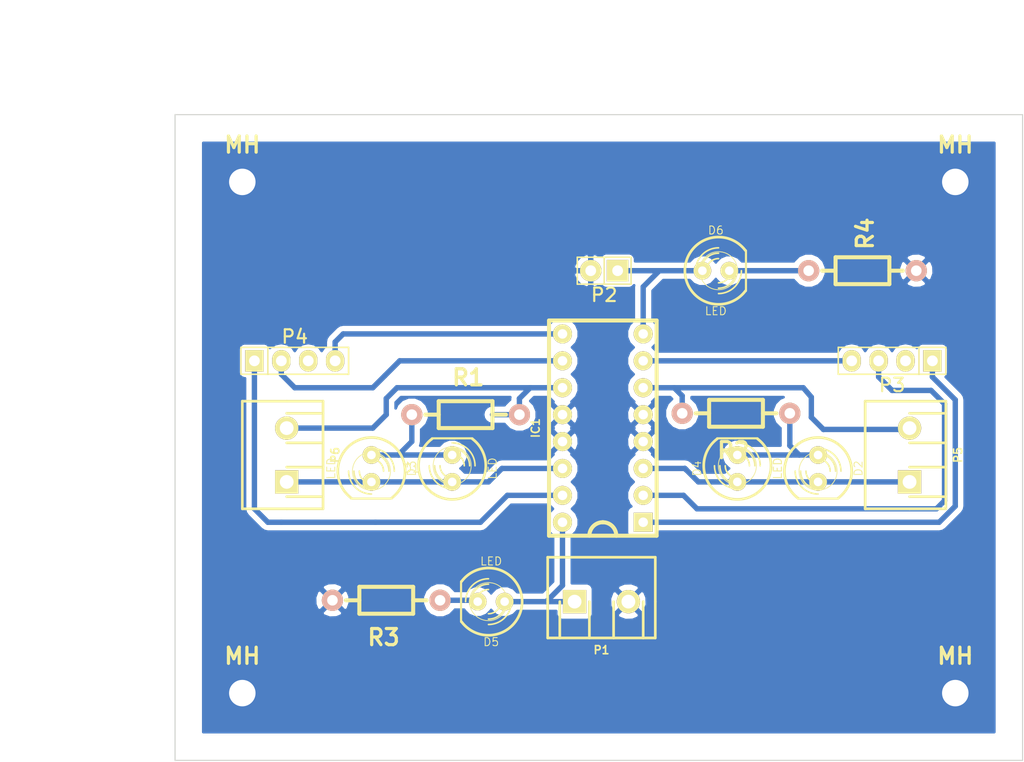
<source format=kicad_pcb>
(kicad_pcb (version 4) (host pcbnew "(2014-09-14 BZR 5135)-product")

  (general
    (links 33)
    (no_connects 0)
    (area 43.129999 31.699999 123.240001 92.760001)
    (thickness 1.6)
    (drawings 14)
    (tracks 81)
    (zones 0)
    (modules 21)
    (nets 20)
  )

  (page A4)
  (layers
    (0 F.Cu signal)
    (31 B.Cu signal)
    (32 B.Adhes user)
    (33 F.Adhes user)
    (34 B.Paste user)
    (35 F.Paste user)
    (36 B.SilkS user)
    (37 F.SilkS user)
    (38 B.Mask user)
    (39 F.Mask user)
    (40 Dwgs.User user)
    (41 Cmts.User user)
    (42 Eco1.User user)
    (43 Eco2.User user)
    (44 Edge.Cuts user)
    (45 Margin user)
    (46 B.CrtYd user)
    (47 F.CrtYd user)
    (48 B.Fab user)
    (49 F.Fab user)
  )

  (setup
    (last_trace_width 0.508)
    (trace_clearance 0.254)
    (zone_clearance 0.508)
    (zone_45_only no)
    (trace_min 0.254)
    (segment_width 0.2)
    (edge_width 0.1)
    (via_size 0.889)
    (via_drill 0.635)
    (via_min_size 0.889)
    (via_min_drill 0.508)
    (uvia_size 0.508)
    (uvia_drill 0.127)
    (uvias_allowed no)
    (uvia_min_size 0.508)
    (uvia_min_drill 0.127)
    (pcb_text_width 0.3)
    (pcb_text_size 1.5 1.5)
    (mod_edge_width 0.15)
    (mod_text_size 1 1)
    (mod_text_width 0.15)
    (pad_size 1.5 1.5)
    (pad_drill 0.6)
    (pad_to_mask_clearance 0)
    (aux_axis_origin 0 0)
    (visible_elements 7FFFFFFF)
    (pcbplotparams
      (layerselection 0x00030_80000001)
      (usegerberextensions false)
      (excludeedgelayer true)
      (linewidth 0.100000)
      (plotframeref false)
      (viasonmask false)
      (mode 1)
      (useauxorigin false)
      (hpglpennumber 1)
      (hpglpenspeed 20)
      (hpglpendiameter 15)
      (hpglpenoverlay 2)
      (psnegative false)
      (psa4output false)
      (plotreference true)
      (plotvalue true)
      (plotinvisibletext false)
      (padsonsilk false)
      (subtractmaskfromsilk false)
      (outputformat 1)
      (mirror false)
      (drillshape 1)
      (scaleselection 1)
      (outputdirectory ""))
  )

  (net 0 "")
  (net 1 "Net-(D1-Pad1)")
  (net 2 /OuB1)
  (net 3 "Net-(D2-Pad1)")
  (net 4 /OutA1)
  (net 5 "Net-(IC1-Pad1)")
  (net 6 "Net-(IC1-Pad2)")
  (net 7 GND)
  (net 8 /OutA2)
  (net 9 "Net-(IC1-Pad7)")
  (net 10 +5V)
  (net 11 "Net-(IC1-Pad9)")
  (net 12 "Net-(IC1-Pad10)")
  (net 13 /OutB2)
  (net 14 "Net-(IC1-Pad15)")
  (net 15 +12V)
  (net 16 "Net-(P3-Pad2)")
  (net 17 "Net-(P4-Pad3)")
  (net 18 "Net-(D5-Pad2)")
  (net 19 "Net-(D6-Pad2)")

  (net_class Default "This is the default net class."
    (clearance 0.254)
    (trace_width 0.508)
    (via_dia 0.889)
    (via_drill 0.635)
    (uvia_dia 0.508)
    (uvia_drill 0.127)
    (add_net +12V)
    (add_net +5V)
    (add_net /OuB1)
    (add_net /OutA1)
    (add_net /OutA2)
    (add_net /OutB2)
    (add_net GND)
    (add_net "Net-(D1-Pad1)")
    (add_net "Net-(D2-Pad1)")
    (add_net "Net-(D5-Pad2)")
    (add_net "Net-(D6-Pad2)")
    (add_net "Net-(IC1-Pad1)")
    (add_net "Net-(IC1-Pad10)")
    (add_net "Net-(IC1-Pad15)")
    (add_net "Net-(IC1-Pad2)")
    (add_net "Net-(IC1-Pad7)")
    (add_net "Net-(IC1-Pad9)")
    (add_net "Net-(P3-Pad2)")
    (add_net "Net-(P4-Pad3)")
  )

  (module LEDs:LED-5MM (layer F.Cu) (tedit 54175181) (tstamp 54174F19)
    (at 61.722 65.151 270)
    (descr "LED 5mm - Lead pitch 100mil (2,54mm)")
    (tags "LED led 5mm 5MM 100mil 2,54mm")
    (path /541750DD)
    (fp_text reference D1 (at 0 -3.81 360) (layer F.SilkS)
      (effects (font (size 0.762 0.762) (thickness 0.0889)))
    )
    (fp_text value LED (at 0 3.81 270) (layer F.SilkS)
      (effects (font (size 0.762 0.762) (thickness 0.0889)))
    )
    (fp_line (start 2.8448 1.905) (end 2.8448 -1.905) (layer F.SilkS) (width 0.2032))
    (fp_circle (center 0.254 0) (end -1.016 1.27) (layer F.SilkS) (width 0.0762))
    (fp_arc (start 0.254 0) (end 2.794 1.905) (angle 286.2) (layer F.SilkS) (width 0.254))
    (fp_arc (start 0.254 0) (end -0.889 0) (angle 90) (layer F.SilkS) (width 0.1524))
    (fp_arc (start 0.254 0) (end 1.397 0) (angle 90) (layer F.SilkS) (width 0.1524))
    (fp_arc (start 0.254 0) (end -1.397 0) (angle 90) (layer F.SilkS) (width 0.1524))
    (fp_arc (start 0.254 0) (end 1.905 0) (angle 90) (layer F.SilkS) (width 0.1524))
    (fp_arc (start 0.254 0) (end -1.905 0) (angle 90) (layer F.SilkS) (width 0.1524))
    (fp_arc (start 0.254 0) (end 2.413 0) (angle 90) (layer F.SilkS) (width 0.1524))
    (pad 1 thru_hole circle (at -1.27 0 270) (size 1.6764 1.6764) (drill 0.8128) (layers *.Cu *.Mask F.SilkS)
      (net 1 "Net-(D1-Pad1)"))
    (pad 2 thru_hole circle (at 1.27 0 270) (size 1.6764 1.6764) (drill 0.8128) (layers *.Cu *.Mask F.SilkS)
      (net 2 /OuB1))
    (model discret/leds/led5_vertical_verde.wrl
      (at (xyz 0 0 0))
      (scale (xyz 1 1 1))
      (rotate (xyz 0 0 0))
    )
  )

  (module LEDs:LED-5MM (layer F.Cu) (tedit 54174E82) (tstamp 54185F54)
    (at 103.886 65.151 270)
    (descr "LED 5mm - Lead pitch 100mil (2,54mm)")
    (tags "LED led 5mm 5MM 100mil 2,54mm")
    (path /54175792)
    (fp_text reference D2 (at 0 -3.81 270) (layer F.SilkS)
      (effects (font (size 0.762 0.762) (thickness 0.0889)))
    )
    (fp_text value LED (at 0 3.81 270) (layer F.SilkS)
      (effects (font (size 0.762 0.762) (thickness 0.0889)))
    )
    (fp_line (start 2.8448 1.905) (end 2.8448 -1.905) (layer F.SilkS) (width 0.2032))
    (fp_circle (center 0.254 0) (end -1.016 1.27) (layer F.SilkS) (width 0.0762))
    (fp_arc (start 0.254 0) (end 2.794 1.905) (angle 286.2) (layer F.SilkS) (width 0.254))
    (fp_arc (start 0.254 0) (end -0.889 0) (angle 90) (layer F.SilkS) (width 0.1524))
    (fp_arc (start 0.254 0) (end 1.397 0) (angle 90) (layer F.SilkS) (width 0.1524))
    (fp_arc (start 0.254 0) (end -1.397 0) (angle 90) (layer F.SilkS) (width 0.1524))
    (fp_arc (start 0.254 0) (end 1.905 0) (angle 90) (layer F.SilkS) (width 0.1524))
    (fp_arc (start 0.254 0) (end -1.905 0) (angle 90) (layer F.SilkS) (width 0.1524))
    (fp_arc (start 0.254 0) (end 2.413 0) (angle 90) (layer F.SilkS) (width 0.1524))
    (pad 1 thru_hole circle (at -1.27 0 270) (size 1.6764 1.6764) (drill 0.8128) (layers *.Cu *.Mask F.SilkS)
      (net 3 "Net-(D2-Pad1)"))
    (pad 2 thru_hole circle (at 1.27 0 270) (size 1.6764 1.6764) (drill 0.8128) (layers *.Cu *.Mask F.SilkS)
      (net 4 /OutA1))
    (model discret/leds/led5_vertical_verde.wrl
      (at (xyz 0 0 0))
      (scale (xyz 1 1 1))
      (rotate (xyz 0 0 0))
    )
  )

  (module LEDs:LED-5MM (layer F.Cu) (tedit 54174E82) (tstamp 54174F37)
    (at 69.342 65.151 90)
    (descr "LED 5mm - Lead pitch 100mil (2,54mm)")
    (tags "LED led 5mm 5MM 100mil 2,54mm")
    (path /541750A5)
    (fp_text reference D3 (at 0 -3.81 90) (layer F.SilkS)
      (effects (font (size 0.762 0.762) (thickness 0.0889)))
    )
    (fp_text value LED (at 0 3.81 90) (layer F.SilkS)
      (effects (font (size 0.762 0.762) (thickness 0.0889)))
    )
    (fp_line (start 2.8448 1.905) (end 2.8448 -1.905) (layer F.SilkS) (width 0.2032))
    (fp_circle (center 0.254 0) (end -1.016 1.27) (layer F.SilkS) (width 0.0762))
    (fp_arc (start 0.254 0) (end 2.794 1.905) (angle 286.2) (layer F.SilkS) (width 0.254))
    (fp_arc (start 0.254 0) (end -0.889 0) (angle 90) (layer F.SilkS) (width 0.1524))
    (fp_arc (start 0.254 0) (end 1.397 0) (angle 90) (layer F.SilkS) (width 0.1524))
    (fp_arc (start 0.254 0) (end -1.397 0) (angle 90) (layer F.SilkS) (width 0.1524))
    (fp_arc (start 0.254 0) (end 1.905 0) (angle 90) (layer F.SilkS) (width 0.1524))
    (fp_arc (start 0.254 0) (end -1.905 0) (angle 90) (layer F.SilkS) (width 0.1524))
    (fp_arc (start 0.254 0) (end 2.413 0) (angle 90) (layer F.SilkS) (width 0.1524))
    (pad 1 thru_hole circle (at -1.27 0 90) (size 1.6764 1.6764) (drill 0.8128) (layers *.Cu *.Mask F.SilkS)
      (net 2 /OuB1))
    (pad 2 thru_hole circle (at 1.27 0 90) (size 1.6764 1.6764) (drill 0.8128) (layers *.Cu *.Mask F.SilkS)
      (net 1 "Net-(D1-Pad1)"))
    (model discret/leds/led5_vertical_verde.wrl
      (at (xyz 0 0 0))
      (scale (xyz 1 1 1))
      (rotate (xyz 0 0 0))
    )
  )

  (module LEDs:LED-5MM (layer F.Cu) (tedit 54174E82) (tstamp 54185F44)
    (at 96.266 65.151 90)
    (descr "LED 5mm - Lead pitch 100mil (2,54mm)")
    (tags "LED led 5mm 5MM 100mil 2,54mm")
    (path /5417578C)
    (fp_text reference D4 (at 0 -3.81 90) (layer F.SilkS)
      (effects (font (size 0.762 0.762) (thickness 0.0889)))
    )
    (fp_text value LED (at 0 3.81 90) (layer F.SilkS)
      (effects (font (size 0.762 0.762) (thickness 0.0889)))
    )
    (fp_line (start 2.8448 1.905) (end 2.8448 -1.905) (layer F.SilkS) (width 0.2032))
    (fp_circle (center 0.254 0) (end -1.016 1.27) (layer F.SilkS) (width 0.0762))
    (fp_arc (start 0.254 0) (end 2.794 1.905) (angle 286.2) (layer F.SilkS) (width 0.254))
    (fp_arc (start 0.254 0) (end -0.889 0) (angle 90) (layer F.SilkS) (width 0.1524))
    (fp_arc (start 0.254 0) (end 1.397 0) (angle 90) (layer F.SilkS) (width 0.1524))
    (fp_arc (start 0.254 0) (end -1.397 0) (angle 90) (layer F.SilkS) (width 0.1524))
    (fp_arc (start 0.254 0) (end 1.905 0) (angle 90) (layer F.SilkS) (width 0.1524))
    (fp_arc (start 0.254 0) (end -1.905 0) (angle 90) (layer F.SilkS) (width 0.1524))
    (fp_arc (start 0.254 0) (end 2.413 0) (angle 90) (layer F.SilkS) (width 0.1524))
    (pad 1 thru_hole circle (at -1.27 0 90) (size 1.6764 1.6764) (drill 0.8128) (layers *.Cu *.Mask F.SilkS)
      (net 4 /OutA1))
    (pad 2 thru_hole circle (at 1.27 0 90) (size 1.6764 1.6764) (drill 0.8128) (layers *.Cu *.Mask F.SilkS)
      (net 3 "Net-(D2-Pad1)"))
    (model discret/leds/led5_vertical_verde.wrl
      (at (xyz 0 0 0))
      (scale (xyz 1 1 1))
      (rotate (xyz 0 0 0))
    )
  )

  (module Dip:DIP16 (layer F.Cu) (tedit 541748ED) (tstamp 54174F60)
    (at 83.566 61.341 90)
    (path /54174758)
    (fp_text reference IC1 (at 0 -6.35 90) (layer F.SilkS)
      (effects (font (size 0.762 0.762) (thickness 0.1524)))
    )
    (fp_text value L293D (at 0 0 90) (layer F.SilkS) hide
      (effects (font (size 0.762 0.762) (thickness 0.1524)))
    )
    (fp_arc (start -10.16 0) (end -10.16 -1.27) (angle 90) (layer F.SilkS) (width 0.381))
    (fp_arc (start -10.16 0) (end -8.89 0) (angle 90) (layer F.SilkS) (width 0.381))
    (fp_line (start -10.16 -5.08) (end -10.16 5.08) (layer F.SilkS) (width 0.381))
    (fp_line (start -10.16 5.08) (end 10.16 5.08) (layer F.SilkS) (width 0.381))
    (fp_line (start 10.16 5.08) (end 10.16 -5.08) (layer F.SilkS) (width 0.381))
    (fp_line (start 10.16 -5.08) (end -10.16 -5.08) (layer F.SilkS) (width 0.381))
    (pad 1 thru_hole rect (at -8.89 3.81 90) (size 1.8 1.8) (drill 0.9) (layers *.Cu *.Mask F.SilkS)
      (net 5 "Net-(IC1-Pad1)"))
    (pad 2 thru_hole circle (at -6.35 3.81 90) (size 1.8 1.8) (drill 0.9) (layers *.Cu *.Mask F.SilkS)
      (net 6 "Net-(IC1-Pad2)"))
    (pad 4 thru_hole circle (at -1.27 3.81 90) (size 1.8 1.8) (drill 0.9) (layers *.Cu *.Mask F.SilkS)
      (net 7 GND))
    (pad 5 thru_hole circle (at 1.27 3.81 90) (size 1.8 1.8) (drill 0.9) (layers *.Cu *.Mask F.SilkS)
      (net 7 GND))
    (pad 6 thru_hole circle (at 3.81 3.81 90) (size 1.8 1.8) (drill 0.9) (layers *.Cu *.Mask F.SilkS)
      (net 8 /OutA2))
    (pad 7 thru_hole circle (at 6.35 3.81 90) (size 1.8 1.8) (drill 0.9) (layers *.Cu *.Mask F.SilkS)
      (net 9 "Net-(IC1-Pad7)"))
    (pad 8 thru_hole circle (at 8.89 3.81 90) (size 1.8 1.8) (drill 0.9) (layers *.Cu *.Mask F.SilkS)
      (net 10 +5V))
    (pad 9 thru_hole circle (at 8.89 -3.81 90) (size 1.8 1.8) (drill 0.9) (layers *.Cu *.Mask F.SilkS)
      (net 11 "Net-(IC1-Pad9)"))
    (pad 10 thru_hole circle (at 6.35 -3.81 90) (size 1.8 1.8) (drill 0.9) (layers *.Cu *.Mask F.SilkS)
      (net 12 "Net-(IC1-Pad10)"))
    (pad 11 thru_hole circle (at 3.81 -3.81 90) (size 1.8 1.8) (drill 0.9) (layers *.Cu *.Mask F.SilkS)
      (net 13 /OutB2))
    (pad 12 thru_hole circle (at 1.27 -3.81 90) (size 1.8 1.8) (drill 0.9) (layers *.Cu *.Mask F.SilkS)
      (net 7 GND))
    (pad 13 thru_hole circle (at -1.27 -3.81 90) (size 1.8 1.8) (drill 0.9) (layers *.Cu *.Mask F.SilkS)
      (net 7 GND))
    (pad 14 thru_hole circle (at -3.81 -3.81 90) (size 1.8 1.8) (drill 0.9) (layers *.Cu *.Mask F.SilkS)
      (net 2 /OuB1))
    (pad 15 thru_hole circle (at -6.35 -3.81 90) (size 1.8 1.8) (drill 0.9) (layers *.Cu *.Mask F.SilkS)
      (net 14 "Net-(IC1-Pad15)"))
    (pad 16 thru_hole circle (at -8.89 -3.81 90) (size 1.8 1.8) (drill 0.9) (layers *.Cu *.Mask F.SilkS)
      (net 15 +12V))
    (pad 3 thru_hole circle (at -3.81 3.81 90) (size 1.8 1.8) (drill 0.9) (layers *.Cu *.Mask F.SilkS)
      (net 4 /OutA1))
    (model dil/dil_16.wrl
      (at (xyz 0 0 0))
      (scale (xyz 1 1 1))
      (rotate (xyz 0 0 0))
    )
  )

  (module Connectors.Trhu:1x2-SCREW-TERM_P200mil (layer F.Cu) (tedit 541748EA) (tstamp 54185F34)
    (at 83.439 77.724)
    (path /54174A22)
    (fp_text reference P1 (at 0 4.572) (layer F.SilkS)
      (effects (font (size 0.762 0.762) (thickness 0.1524)))
    )
    (fp_text value CONN_01X02 (at 0 0) (layer F.SilkS) hide
      (effects (font (size 0.762 0.762) (thickness 0.1524)))
    )
    (fp_line (start 3.937 0) (end 3.937 3.429) (layer F.SilkS) (width 0.254))
    (fp_line (start 1.143 0) (end 1.143 3.429) (layer F.SilkS) (width 0.254))
    (fp_line (start -3.937 0) (end -3.937 3.429) (layer F.SilkS) (width 0.254))
    (fp_line (start -1.143 0) (end -1.143 3.429) (layer F.SilkS) (width 0.254))
    (fp_line (start 5.08 0) (end 5.08 3.429) (layer F.SilkS) (width 0.254))
    (fp_line (start 5.08 3.429) (end -5.08 3.429) (layer F.SilkS) (width 0.254))
    (fp_line (start -5.08 3.429) (end -5.08 0) (layer F.SilkS) (width 0.254))
    (fp_line (start -5.08 0) (end -5.08 -4.191) (layer F.SilkS) (width 0.254))
    (fp_line (start -5.08 -4.191) (end 5.08 -4.191) (layer F.SilkS) (width 0.254))
    (fp_line (start 5.08 -4.191) (end 5.08 0) (layer F.SilkS) (width 0.254))
    (pad 1 thru_hole rect (at -2.54 0) (size 2.2 2.2) (drill 1.3) (layers *.Cu *.Mask F.SilkS)
      (net 15 +12V))
    (pad 2 thru_hole circle (at 2.54 0) (size 2.2 2.2) (drill 1.3) (layers *.Cu *.Mask F.SilkS)
      (net 7 GND))
    (model walter/conn_mkds/mkds_1,5-2.wrl
      (at (xyz 0 0 0))
      (scale (xyz 1 1 1))
      (rotate (xyz 0 0 0))
    )
  )

  (module Pin_Headers:Pin_Header_Straight_1x02 (layer F.Cu) (tedit 54186080) (tstamp 54186144)
    (at 83.693 46.482 180)
    (descr "Through hole pin header")
    (tags "pin header")
    (path /54174AE8)
    (fp_text reference P2 (at 0 -2.286 180) (layer F.SilkS)
      (effects (font (size 1.27 1.27) (thickness 0.2032)))
    )
    (fp_text value CONN_01X02 (at 0 0 360) (layer F.SilkS) hide
      (effects (font (size 1.27 1.27) (thickness 0.2032)))
    )
    (fp_line (start 0 -1.27) (end 0 1.27) (layer F.SilkS) (width 0.15))
    (fp_line (start -2.54 -1.27) (end -2.54 1.27) (layer F.SilkS) (width 0.15))
    (fp_line (start -2.54 1.27) (end 0 1.27) (layer F.SilkS) (width 0.15))
    (fp_line (start 0 1.27) (end 2.54 1.27) (layer F.SilkS) (width 0.15))
    (fp_line (start 2.54 1.27) (end 2.54 -1.27) (layer F.SilkS) (width 0.15))
    (fp_line (start 2.54 -1.27) (end -2.54 -1.27) (layer F.SilkS) (width 0.15))
    (pad 1 thru_hole rect (at -1.27 0 180) (size 2.032 2.032) (drill 1.016) (layers *.Cu *.Mask F.SilkS)
      (net 10 +5V))
    (pad 2 thru_hole oval (at 1.27 0 180) (size 2.032 2.032) (drill 1.016) (layers *.Cu *.Mask F.SilkS)
      (net 7 GND))
    (model Pin_Headers/Pin_Header_Straight_1x02.wrl
      (at (xyz 0 0 0))
      (scale (xyz 1 1 1))
      (rotate (xyz 0 0 0))
    )
  )

  (module Pin_Headers:Pin_Header_Straight_1x04 (layer F.Cu) (tedit 54174E82) (tstamp 54185F23)
    (at 110.871 54.991 180)
    (descr "Through hole pin header")
    (tags "pin header")
    (path /54174A8B)
    (fp_text reference P3 (at 0 -2.286 180) (layer F.SilkS)
      (effects (font (size 1.27 1.27) (thickness 0.2032)))
    )
    (fp_text value CONN_01X04 (at 0 0 180) (layer F.SilkS) hide
      (effects (font (size 1.27 1.27) (thickness 0.2032)))
    )
    (fp_line (start -2.54 1.27) (end 5.08 1.27) (layer F.SilkS) (width 0.15))
    (fp_line (start -2.54 -1.27) (end 5.08 -1.27) (layer F.SilkS) (width 0.15))
    (fp_line (start -5.08 -1.27) (end -2.54 -1.27) (layer F.SilkS) (width 0.15))
    (fp_line (start 5.08 1.27) (end 5.08 -1.27) (layer F.SilkS) (width 0.15))
    (fp_line (start -2.54 -1.27) (end -2.54 1.27) (layer F.SilkS) (width 0.15))
    (fp_line (start -5.08 -1.27) (end -5.08 1.27) (layer F.SilkS) (width 0.15))
    (fp_line (start -5.08 1.27) (end -2.54 1.27) (layer F.SilkS) (width 0.15))
    (pad 1 thru_hole rect (at -3.81 0 180) (size 1.7272 2.032) (drill 1.016) (layers *.Cu *.Mask F.SilkS)
      (net 5 "Net-(IC1-Pad1)"))
    (pad 2 thru_hole oval (at -1.27 0 180) (size 1.7272 2.032) (drill 1.016) (layers *.Cu *.Mask F.SilkS)
      (net 16 "Net-(P3-Pad2)"))
    (pad 3 thru_hole oval (at 1.27 0 180) (size 1.7272 2.032) (drill 1.016) (layers *.Cu *.Mask F.SilkS)
      (net 6 "Net-(IC1-Pad2)"))
    (pad 4 thru_hole oval (at 3.81 0 180) (size 1.7272 2.032) (drill 1.016) (layers *.Cu *.Mask F.SilkS)
      (net 9 "Net-(IC1-Pad7)"))
    (model Pin_Headers/Pin_Header_Straight_1x04.wrl
      (at (xyz 0 0 0))
      (scale (xyz 1 1 1))
      (rotate (xyz 0 0 0))
    )
  )

  (module Pin_Headers:Pin_Header_Straight_1x04 (layer F.Cu) (tedit 54174E82) (tstamp 54174F9A)
    (at 54.483 54.991)
    (descr "Through hole pin header")
    (tags "pin header")
    (path /54174AB7)
    (fp_text reference P4 (at 0 -2.286) (layer F.SilkS)
      (effects (font (size 1.27 1.27) (thickness 0.2032)))
    )
    (fp_text value CONN_01X04 (at 0 0) (layer F.SilkS) hide
      (effects (font (size 1.27 1.27) (thickness 0.2032)))
    )
    (fp_line (start -2.54 1.27) (end 5.08 1.27) (layer F.SilkS) (width 0.15))
    (fp_line (start -2.54 -1.27) (end 5.08 -1.27) (layer F.SilkS) (width 0.15))
    (fp_line (start -5.08 -1.27) (end -2.54 -1.27) (layer F.SilkS) (width 0.15))
    (fp_line (start 5.08 1.27) (end 5.08 -1.27) (layer F.SilkS) (width 0.15))
    (fp_line (start -2.54 -1.27) (end -2.54 1.27) (layer F.SilkS) (width 0.15))
    (fp_line (start -5.08 -1.27) (end -5.08 1.27) (layer F.SilkS) (width 0.15))
    (fp_line (start -5.08 1.27) (end -2.54 1.27) (layer F.SilkS) (width 0.15))
    (pad 1 thru_hole rect (at -3.81 0) (size 1.7272 2.032) (drill 1.016) (layers *.Cu *.Mask F.SilkS)
      (net 14 "Net-(IC1-Pad15)"))
    (pad 2 thru_hole oval (at -1.27 0) (size 1.7272 2.032) (drill 1.016) (layers *.Cu *.Mask F.SilkS)
      (net 12 "Net-(IC1-Pad10)"))
    (pad 3 thru_hole oval (at 1.27 0) (size 1.7272 2.032) (drill 1.016) (layers *.Cu *.Mask F.SilkS)
      (net 17 "Net-(P4-Pad3)"))
    (pad 4 thru_hole oval (at 3.81 0) (size 1.7272 2.032) (drill 1.016) (layers *.Cu *.Mask F.SilkS)
      (net 11 "Net-(IC1-Pad9)"))
    (model Pin_Headers/Pin_Header_Straight_1x04.wrl
      (at (xyz 0 0 0))
      (scale (xyz 1 1 1))
      (rotate (xyz 0 0 0))
    )
  )

  (module Connectors.Trhu:1x2-SCREW-TERM_P200mil (layer F.Cu) (tedit 541748EA) (tstamp 54185F13)
    (at 112.522 63.881 90)
    (path /54174A5D)
    (fp_text reference P5 (at 0 4.572 90) (layer F.SilkS)
      (effects (font (size 0.762 0.762) (thickness 0.1524)))
    )
    (fp_text value CONN_01X02 (at 0 0 90) (layer F.SilkS) hide
      (effects (font (size 0.762 0.762) (thickness 0.1524)))
    )
    (fp_line (start 3.937 0) (end 3.937 3.429) (layer F.SilkS) (width 0.254))
    (fp_line (start 1.143 0) (end 1.143 3.429) (layer F.SilkS) (width 0.254))
    (fp_line (start -3.937 0) (end -3.937 3.429) (layer F.SilkS) (width 0.254))
    (fp_line (start -1.143 0) (end -1.143 3.429) (layer F.SilkS) (width 0.254))
    (fp_line (start 5.08 0) (end 5.08 3.429) (layer F.SilkS) (width 0.254))
    (fp_line (start 5.08 3.429) (end -5.08 3.429) (layer F.SilkS) (width 0.254))
    (fp_line (start -5.08 3.429) (end -5.08 0) (layer F.SilkS) (width 0.254))
    (fp_line (start -5.08 0) (end -5.08 -4.191) (layer F.SilkS) (width 0.254))
    (fp_line (start -5.08 -4.191) (end 5.08 -4.191) (layer F.SilkS) (width 0.254))
    (fp_line (start 5.08 -4.191) (end 5.08 0) (layer F.SilkS) (width 0.254))
    (pad 1 thru_hole rect (at -2.54 0 90) (size 2.2 2.2) (drill 1.3) (layers *.Cu *.Mask F.SilkS)
      (net 4 /OutA1))
    (pad 2 thru_hole circle (at 2.54 0 90) (size 2.2 2.2) (drill 1.3) (layers *.Cu *.Mask F.SilkS)
      (net 8 /OutA2))
    (model walter/conn_mkds/mkds_1,5-2.wrl
      (at (xyz 0 0 0))
      (scale (xyz 1 1 1))
      (rotate (xyz 0 0 0))
    )
  )

  (module Connectors.Trhu:1x2-SCREW-TERM_P200mil (layer F.Cu) (tedit 541748EA) (tstamp 54174FBA)
    (at 53.721 63.881 90)
    (path /54174B0F)
    (fp_text reference P6 (at 0 4.572 90) (layer F.SilkS)
      (effects (font (size 0.762 0.762) (thickness 0.1524)))
    )
    (fp_text value CONN_01X02 (at 0 0 90) (layer F.SilkS) hide
      (effects (font (size 0.762 0.762) (thickness 0.1524)))
    )
    (fp_line (start 3.937 0) (end 3.937 3.429) (layer F.SilkS) (width 0.254))
    (fp_line (start 1.143 0) (end 1.143 3.429) (layer F.SilkS) (width 0.254))
    (fp_line (start -3.937 0) (end -3.937 3.429) (layer F.SilkS) (width 0.254))
    (fp_line (start -1.143 0) (end -1.143 3.429) (layer F.SilkS) (width 0.254))
    (fp_line (start 5.08 0) (end 5.08 3.429) (layer F.SilkS) (width 0.254))
    (fp_line (start 5.08 3.429) (end -5.08 3.429) (layer F.SilkS) (width 0.254))
    (fp_line (start -5.08 3.429) (end -5.08 0) (layer F.SilkS) (width 0.254))
    (fp_line (start -5.08 0) (end -5.08 -4.191) (layer F.SilkS) (width 0.254))
    (fp_line (start -5.08 -4.191) (end 5.08 -4.191) (layer F.SilkS) (width 0.254))
    (fp_line (start 5.08 -4.191) (end 5.08 0) (layer F.SilkS) (width 0.254))
    (pad 1 thru_hole rect (at -2.54 0 90) (size 2.2 2.2) (drill 1.3) (layers *.Cu *.Mask F.SilkS)
      (net 2 /OuB1))
    (pad 2 thru_hole circle (at 2.54 0 90) (size 2.2 2.2) (drill 1.3) (layers *.Cu *.Mask F.SilkS)
      (net 13 /OutB2))
    (model walter/conn_mkds/mkds_1,5-2.wrl
      (at (xyz 0 0 0))
      (scale (xyz 1 1 1))
      (rotate (xyz 0 0 180))
    )
  )

  (module Resistors_ThroughHole:Resistor_Horizontal_RM10mm (layer F.Cu) (tedit 53F56209) (tstamp 54175345)
    (at 70.612 60.071)
    (descr "Resistor, Axial,  RM 10mm, 1/3W,")
    (tags "Resistor, Axial, RM 10mm, 1/3W,")
    (path /5417510E)
    (fp_text reference R1 (at 0.24892 -3.50012) (layer F.SilkS)
      (effects (font (thickness 0.3048)))
    )
    (fp_text value R (at 3.81 3.81) (layer F.SilkS) hide
      (effects (font (size 1.50114 1.50114) (thickness 0.20066)))
    )
    (fp_line (start -2.54 -1.27) (end 2.54 -1.27) (layer F.SilkS) (width 0.381))
    (fp_line (start 2.54 -1.27) (end 2.54 1.27) (layer F.SilkS) (width 0.381))
    (fp_line (start 2.54 1.27) (end -2.54 1.27) (layer F.SilkS) (width 0.381))
    (fp_line (start -2.54 1.27) (end -2.54 -1.27) (layer F.SilkS) (width 0.381))
    (fp_line (start -2.54 0) (end -3.81 0) (layer F.SilkS) (width 0.381))
    (fp_line (start 2.54 0) (end 3.81 0) (layer F.SilkS) (width 0.381))
    (pad 1 thru_hole circle (at -5.08 0) (size 1.99898 1.99898) (drill 1.00076) (layers *.Cu *.SilkS *.Mask)
      (net 1 "Net-(D1-Pad1)"))
    (pad 2 thru_hole circle (at 5.08 0) (size 1.99898 1.99898) (drill 1.00076) (layers *.Cu *.SilkS *.Mask)
      (net 13 /OutB2))
    (model discret/resistor_10mm.wrl
      (at (xyz 0 0 0))
      (scale (xyz 0.4 0.4 0.4))
      (rotate (xyz 0 0 0))
    )
  )

  (module Resistors_ThroughHole:Resistor_Horizontal_RM10mm (layer F.Cu) (tedit 53F56209) (tstamp 54185F02)
    (at 96.139 59.944 180)
    (descr "Resistor, Axial,  RM 10mm, 1/3W,")
    (tags "Resistor, Axial, RM 10mm, 1/3W,")
    (path /54175798)
    (fp_text reference R2 (at 0.24892 -3.50012 180) (layer F.SilkS)
      (effects (font (thickness 0.3048)))
    )
    (fp_text value R (at 3.81 3.81 180) (layer F.SilkS) hide
      (effects (font (size 1.50114 1.50114) (thickness 0.20066)))
    )
    (fp_line (start -2.54 -1.27) (end 2.54 -1.27) (layer F.SilkS) (width 0.381))
    (fp_line (start 2.54 -1.27) (end 2.54 1.27) (layer F.SilkS) (width 0.381))
    (fp_line (start 2.54 1.27) (end -2.54 1.27) (layer F.SilkS) (width 0.381))
    (fp_line (start -2.54 1.27) (end -2.54 -1.27) (layer F.SilkS) (width 0.381))
    (fp_line (start -2.54 0) (end -3.81 0) (layer F.SilkS) (width 0.381))
    (fp_line (start 2.54 0) (end 3.81 0) (layer F.SilkS) (width 0.381))
    (pad 1 thru_hole circle (at -5.08 0 180) (size 1.99898 1.99898) (drill 1.00076) (layers *.Cu *.SilkS *.Mask)
      (net 3 "Net-(D2-Pad1)"))
    (pad 2 thru_hole circle (at 5.08 0 180) (size 1.99898 1.99898) (drill 1.00076) (layers *.Cu *.SilkS *.Mask)
      (net 8 /OutA2))
    (model discret/resistor_10mm.wrl
      (at (xyz 0 0 0))
      (scale (xyz 0.4 0.4 0.4))
      (rotate (xyz 0 0 0))
    )
  )

  (module LEDs:LED-5MM (layer F.Cu) (tedit 541838DF) (tstamp 541839A9)
    (at 73.025 77.724 180)
    (descr "LED 5mm - Lead pitch 100mil (2,54mm)")
    (tags "LED led 5mm 5MM 100mil 2,54mm")
    (path /54183BAE)
    (fp_text reference D5 (at 0 -3.81 180) (layer F.SilkS)
      (effects (font (size 0.762 0.762) (thickness 0.0889)))
    )
    (fp_text value LED (at 0 3.81 180) (layer F.SilkS)
      (effects (font (size 0.762 0.762) (thickness 0.0889)))
    )
    (fp_line (start 2.8448 1.905) (end 2.8448 -1.905) (layer F.SilkS) (width 0.2032))
    (fp_circle (center 0.254 0) (end -1.016 1.27) (layer F.SilkS) (width 0.0762))
    (fp_arc (start 0.254 0) (end 2.794 1.905) (angle 286.2) (layer F.SilkS) (width 0.254))
    (fp_arc (start 0.254 0) (end -0.889 0) (angle 90) (layer F.SilkS) (width 0.1524))
    (fp_arc (start 0.254 0) (end 1.397 0) (angle 90) (layer F.SilkS) (width 0.1524))
    (fp_arc (start 0.254 0) (end -1.397 0) (angle 90) (layer F.SilkS) (width 0.1524))
    (fp_arc (start 0.254 0) (end 1.905 0) (angle 90) (layer F.SilkS) (width 0.1524))
    (fp_arc (start 0.254 0) (end -1.905 0) (angle 90) (layer F.SilkS) (width 0.1524))
    (fp_arc (start 0.254 0) (end 2.413 0) (angle 90) (layer F.SilkS) (width 0.1524))
    (pad 1 thru_hole circle (at -1.27 0 180) (size 1.6764 1.6764) (drill 0.8128) (layers *.Cu *.Mask F.SilkS)
      (net 15 +12V))
    (pad 2 thru_hole circle (at 1.27 0 180) (size 1.6764 1.6764) (drill 0.8128) (layers *.Cu *.Mask F.SilkS)
      (net 18 "Net-(D5-Pad2)"))
    (model discret/leds/led5_vertical_verde.wrl
      (at (xyz 0 0 0))
      (scale (xyz 1 1 1))
      (rotate (xyz 0 0 0))
    )
  )

  (module LEDs:LED-5MM (layer F.Cu) (tedit 541838DF) (tstamp 541839B8)
    (at 94.234 46.482)
    (descr "LED 5mm - Lead pitch 100mil (2,54mm)")
    (tags "LED led 5mm 5MM 100mil 2,54mm")
    (path /54183D15)
    (fp_text reference D6 (at 0 -3.81) (layer F.SilkS)
      (effects (font (size 0.762 0.762) (thickness 0.0889)))
    )
    (fp_text value LED (at 0 3.81) (layer F.SilkS)
      (effects (font (size 0.762 0.762) (thickness 0.0889)))
    )
    (fp_line (start 2.8448 1.905) (end 2.8448 -1.905) (layer F.SilkS) (width 0.2032))
    (fp_circle (center 0.254 0) (end -1.016 1.27) (layer F.SilkS) (width 0.0762))
    (fp_arc (start 0.254 0) (end 2.794 1.905) (angle 286.2) (layer F.SilkS) (width 0.254))
    (fp_arc (start 0.254 0) (end -0.889 0) (angle 90) (layer F.SilkS) (width 0.1524))
    (fp_arc (start 0.254 0) (end 1.397 0) (angle 90) (layer F.SilkS) (width 0.1524))
    (fp_arc (start 0.254 0) (end -1.397 0) (angle 90) (layer F.SilkS) (width 0.1524))
    (fp_arc (start 0.254 0) (end 1.905 0) (angle 90) (layer F.SilkS) (width 0.1524))
    (fp_arc (start 0.254 0) (end -1.905 0) (angle 90) (layer F.SilkS) (width 0.1524))
    (fp_arc (start 0.254 0) (end 2.413 0) (angle 90) (layer F.SilkS) (width 0.1524))
    (pad 1 thru_hole circle (at -1.27 0) (size 1.6764 1.6764) (drill 0.8128) (layers *.Cu *.Mask F.SilkS)
      (net 10 +5V))
    (pad 2 thru_hole circle (at 1.27 0) (size 1.6764 1.6764) (drill 0.8128) (layers *.Cu *.Mask F.SilkS)
      (net 19 "Net-(D6-Pad2)"))
    (model discret/leds/led5_vertical_verde.wrl
      (at (xyz 0 0 0))
      (scale (xyz 1 1 1))
      (rotate (xyz 0 0 0))
    )
  )

  (module Resistors_ThroughHole:Resistor_Horizontal_RM10mm (layer F.Cu) (tedit 53F56209) (tstamp 54185EF5)
    (at 63.119 77.597 180)
    (descr "Resistor, Axial,  RM 10mm, 1/3W,")
    (tags "Resistor, Axial, RM 10mm, 1/3W,")
    (path /54183C36)
    (fp_text reference R3 (at 0.24892 -3.50012 180) (layer F.SilkS)
      (effects (font (thickness 0.3048)))
    )
    (fp_text value R (at 3.81 3.81 180) (layer F.SilkS) hide
      (effects (font (size 1.50114 1.50114) (thickness 0.20066)))
    )
    (fp_line (start -2.54 -1.27) (end 2.54 -1.27) (layer F.SilkS) (width 0.381))
    (fp_line (start 2.54 -1.27) (end 2.54 1.27) (layer F.SilkS) (width 0.381))
    (fp_line (start 2.54 1.27) (end -2.54 1.27) (layer F.SilkS) (width 0.381))
    (fp_line (start -2.54 1.27) (end -2.54 -1.27) (layer F.SilkS) (width 0.381))
    (fp_line (start -2.54 0) (end -3.81 0) (layer F.SilkS) (width 0.381))
    (fp_line (start 2.54 0) (end 3.81 0) (layer F.SilkS) (width 0.381))
    (pad 1 thru_hole circle (at -5.08 0 180) (size 1.99898 1.99898) (drill 1.00076) (layers *.Cu *.SilkS *.Mask)
      (net 18 "Net-(D5-Pad2)"))
    (pad 2 thru_hole circle (at 5.08 0 180) (size 1.99898 1.99898) (drill 1.00076) (layers *.Cu *.SilkS *.Mask)
      (net 7 GND))
    (model discret/resistor_10mm.wrl
      (at (xyz 0 0 0))
      (scale (xyz 0.4 0.4 0.4))
      (rotate (xyz 0 0 0))
    )
  )

  (module Resistors_ThroughHole:Resistor_Horizontal_RM10mm (layer F.Cu) (tedit 541860DD) (tstamp 541839D0)
    (at 108.077 46.482)
    (descr "Resistor, Axial,  RM 10mm, 1/3W,")
    (tags "Resistor, Axial, RM 10mm, 1/3W,")
    (path /54183D1B)
    (fp_text reference R4 (at 0.24892 -3.50012 90) (layer F.SilkS)
      (effects (font (thickness 0.3048)))
    )
    (fp_text value R (at 3.81 3.81) (layer F.SilkS) hide
      (effects (font (size 1.50114 1.50114) (thickness 0.20066)))
    )
    (fp_line (start -2.54 -1.27) (end 2.54 -1.27) (layer F.SilkS) (width 0.381))
    (fp_line (start 2.54 -1.27) (end 2.54 1.27) (layer F.SilkS) (width 0.381))
    (fp_line (start 2.54 1.27) (end -2.54 1.27) (layer F.SilkS) (width 0.381))
    (fp_line (start -2.54 1.27) (end -2.54 -1.27) (layer F.SilkS) (width 0.381))
    (fp_line (start -2.54 0) (end -3.81 0) (layer F.SilkS) (width 0.381))
    (fp_line (start 2.54 0) (end 3.81 0) (layer F.SilkS) (width 0.381))
    (pad 1 thru_hole circle (at -5.08 0) (size 1.99898 1.99898) (drill 1.00076) (layers *.Cu *.SilkS *.Mask)
      (net 19 "Net-(D6-Pad2)"))
    (pad 2 thru_hole circle (at 5.08 0) (size 1.99898 1.99898) (drill 1.00076) (layers *.Cu *.SilkS *.Mask)
      (net 7 GND))
    (model discret/resistor_10mm.wrl
      (at (xyz 0 0 0))
      (scale (xyz 0.4 0.4 0.4))
      (rotate (xyz 0 0 0))
    )
  )

  (module Mounting_Holes:MountingHole_2-5mm (layer F.Cu) (tedit 541862B0) (tstamp 541862B0)
    (at 116.84 38.1)
    (descr "Mounting hole, Befestigungsbohrung, 2,5mm, No Annular, Kein Restring,")
    (tags "Mounting hole, Befestigungsbohrung, 2,5mm, No Annular, Kein Restring,")
    (fp_text reference MH (at 0 -3.50012) (layer F.SilkS)
      (effects (font (thickness 0.3048)))
    )
    (fp_text value MountingHole_2-5mm_RevA_Date21Jun2010 (at 0.09906 3.59918) (layer F.SilkS) hide
      (effects (font (thickness 0.3048)))
    )
    (fp_circle (center 0 0) (end 2.49936 0) (layer Cmts.User) (width 0.381))
    (pad 1 thru_hole circle (at 0 0) (size 2.49936 2.49936) (drill 2.49936) (layers))
  )

  (module Mounting_Holes:MountingHole_2-5mm (layer F.Cu) (tedit 541862C6) (tstamp 541862C6)
    (at 116.84 86.36)
    (descr "Mounting hole, Befestigungsbohrung, 2,5mm, No Annular, Kein Restring,")
    (tags "Mounting hole, Befestigungsbohrung, 2,5mm, No Annular, Kein Restring,")
    (fp_text reference MH (at 0 -3.50012) (layer F.SilkS)
      (effects (font (thickness 0.3048)))
    )
    (fp_text value MountingHole_2-5mm_RevA_Date21Jun2010 (at 0.09906 3.59918) (layer F.SilkS) hide
      (effects (font (thickness 0.3048)))
    )
    (fp_circle (center 0 0) (end 2.49936 0) (layer Cmts.User) (width 0.381))
    (pad 1 thru_hole circle (at 0 0) (size 2.49936 2.49936) (drill 2.49936) (layers))
  )

  (module Mounting_Holes:MountingHole_2-5mm (layer F.Cu) (tedit 541862CF) (tstamp 541862CF)
    (at 49.53 86.36)
    (descr "Mounting hole, Befestigungsbohrung, 2,5mm, No Annular, Kein Restring,")
    (tags "Mounting hole, Befestigungsbohrung, 2,5mm, No Annular, Kein Restring,")
    (fp_text reference MH (at 0 -3.50012) (layer F.SilkS)
      (effects (font (thickness 0.3048)))
    )
    (fp_text value MountingHole_2-5mm_RevA_Date21Jun2010 (at 0.09906 3.59918) (layer F.SilkS) hide
      (effects (font (thickness 0.3048)))
    )
    (fp_circle (center 0 0) (end 2.49936 0) (layer Cmts.User) (width 0.381))
    (pad 1 thru_hole circle (at 0 0) (size 2.49936 2.49936) (drill 2.49936) (layers))
  )

  (module Mounting_Holes:MountingHole_2-5mm (layer F.Cu) (tedit 541862D4) (tstamp 541862D5)
    (at 49.53 38.1)
    (descr "Mounting hole, Befestigungsbohrung, 2,5mm, No Annular, Kein Restring,")
    (tags "Mounting hole, Befestigungsbohrung, 2,5mm, No Annular, Kein Restring,")
    (fp_text reference MH (at 0 -3.50012) (layer F.SilkS)
      (effects (font (thickness 0.3048)))
    )
    (fp_text value MountingHole_2-5mm_RevA_Date21Jun2010 (at 0.09906 3.59918) (layer F.SilkS) hide
      (effects (font (thickness 0.3048)))
    )
    (fp_circle (center 0 0) (end 2.49936 0) (layer Cmts.User) (width 0.381))
    (pad 1 thru_hole circle (at 0 0) (size 2.49936 2.49936) (drill 2.49936) (layers))
  )

  (gr_line (start 45.72 90.17) (end 45.72 34.29) (angle 90) (layer Margin) (width 0.2))
  (gr_line (start 120.65 90.17) (end 45.72 90.17) (angle 90) (layer Margin) (width 0.2))
  (gr_line (start 120.65 34.29) (end 120.65 90.17) (angle 90) (layer Margin) (width 0.2))
  (gr_line (start 45.72 34.29) (end 120.65 34.29) (angle 90) (layer Margin) (width 0.2))
  (gr_line (start 44.45 91.44) (end 44.45 33.02) (angle 90) (layer Margin) (width 0.2))
  (gr_line (start 121.92 91.44) (end 44.45 91.44) (angle 90) (layer Margin) (width 0.2))
  (gr_line (start 121.92 33.02) (end 121.92 91.44) (angle 90) (layer Margin) (width 0.2))
  (gr_line (start 44.45 33.02) (end 121.92 33.02) (angle 90) (layer Margin) (width 0.2))
  (gr_line (start 123.19 92.71) (end 123.19 31.75) (angle 90) (layer Edge.Cuts) (width 0.1))
  (gr_line (start 43.18 92.71) (end 123.19 92.71) (angle 90) (layer Edge.Cuts) (width 0.1))
  (gr_line (start 43.18 31.75) (end 43.18 92.71) (angle 90) (layer Edge.Cuts) (width 0.1))
  (gr_line (start 123.19 31.75) (end 43.18 31.75) (angle 90) (layer Edge.Cuts) (width 0.1))
  (dimension 60.96 (width 0.3) (layer Margin)
    (gr_text "60.960 mm" (at 32.94 62.23 270) (layer Margin)
      (effects (font (size 1.5 1.5) (thickness 0.3)))
    )
    (feature1 (pts (xy 43.18 92.71) (xy 31.59 92.71)))
    (feature2 (pts (xy 43.18 31.75) (xy 31.59 31.75)))
    (crossbar (pts (xy 34.29 31.75) (xy 34.29 92.71)))
    (arrow1a (pts (xy 34.29 92.71) (xy 33.703579 91.583496)))
    (arrow1b (pts (xy 34.29 92.71) (xy 34.876421 91.583496)))
    (arrow2a (pts (xy 34.29 31.75) (xy 33.703579 32.876504)))
    (arrow2b (pts (xy 34.29 31.75) (xy 34.876421 32.876504)))
  )
  (dimension 80.01 (width 0.3) (layer Margin)
    (gr_text "80.010 mm" (at 83.185 22.78) (layer Margin)
      (effects (font (size 1.5 1.5) (thickness 0.3)))
    )
    (feature1 (pts (xy 123.19 31.75) (xy 123.19 21.43)))
    (feature2 (pts (xy 43.18 31.75) (xy 43.18 21.43)))
    (crossbar (pts (xy 43.18 24.13) (xy 123.19 24.13)))
    (arrow1a (pts (xy 123.19 24.13) (xy 122.063496 24.716421)))
    (arrow1b (pts (xy 123.19 24.13) (xy 122.063496 23.543579)))
    (arrow2a (pts (xy 43.18 24.13) (xy 44.306504 24.716421)))
    (arrow2b (pts (xy 43.18 24.13) (xy 44.306504 23.543579)))
  )

  (segment (start 65.532 62.611) (end 64.262 63.881) (width 0.508) (layer B.Cu) (net 1) (tstamp 54183B25))
  (segment (start 64.262 63.881) (end 61.722 63.881) (width 0.508) (layer B.Cu) (net 1) (tstamp 54183B26))
  (segment (start 65.532 60.071) (end 65.532 62.611) (width 0.508) (layer B.Cu) (net 1))
  (segment (start 69.342 63.881) (end 64.262 63.881) (width 0.508) (layer B.Cu) (net 1))
  (segment (start 79.756 65.151) (end 74.041 65.151) (width 0.508) (layer B.Cu) (net 2))
  (segment (start 72.771 66.421) (end 69.342 66.421) (width 0.508) (layer B.Cu) (net 2) (tstamp 54185E2B))
  (segment (start 74.041 65.151) (end 72.771 66.421) (width 0.508) (layer B.Cu) (net 2) (tstamp 54185E29))
  (segment (start 61.722 66.421) (end 53.721 66.421) (width 0.508) (layer B.Cu) (net 2))
  (segment (start 61.722 66.421) (end 69.342 66.421) (width 0.508) (layer B.Cu) (net 2) (tstamp 54183ADF))
  (segment (start 101.219 59.944) (end 101.219 62.992) (width 0.508) (layer B.Cu) (net 3))
  (segment (start 101.219 62.992) (end 102.108 63.881) (width 0.508) (layer B.Cu) (net 3) (tstamp 54186040))
  (segment (start 101.346 63.881) (end 102.108 63.881) (width 0.508) (layer B.Cu) (net 3) (tstamp 54183C1B))
  (segment (start 102.108 63.881) (end 103.886 63.881) (width 0.508) (layer B.Cu) (net 3) (tstamp 54186043))
  (segment (start 96.266 63.881) (end 101.346 63.881) (width 0.508) (layer B.Cu) (net 3))
  (segment (start 87.376 65.151) (end 91.313 65.151) (width 0.508) (layer B.Cu) (net 4))
  (segment (start 91.313 65.151) (end 91.44 65.278) (width 0.508) (layer B.Cu) (net 4) (tstamp 54186068))
  (segment (start 96.266 66.421) (end 92.583 66.421) (width 0.508) (layer B.Cu) (net 4))
  (segment (start 92.583 66.421) (end 91.44 65.278) (width 0.508) (layer B.Cu) (net 4) (tstamp 54186065))
  (segment (start 91.44 65.278) (end 91.313 65.151) (width 0.508) (layer B.Cu) (net 4) (tstamp 5418606B))
  (segment (start 112.522 66.421) (end 103.886 66.421) (width 0.508) (layer B.Cu) (net 4))
  (segment (start 103.886 66.421) (end 96.266 66.421) (width 0.508) (layer B.Cu) (net 4) (tstamp 54183C00))
  (segment (start 87.376 70.231) (end 115.316 70.231) (width 0.508) (layer B.Cu) (net 5))
  (segment (start 114.681 56.515) (end 114.681 54.991) (width 0.508) (layer B.Cu) (net 5) (tstamp 541860CD))
  (segment (start 116.84 58.674) (end 114.681 56.515) (width 0.508) (layer B.Cu) (net 5) (tstamp 541860CB))
  (segment (start 116.84 68.707) (end 116.84 58.674) (width 0.508) (layer B.Cu) (net 5) (tstamp 541860CA))
  (segment (start 115.316 70.231) (end 116.84 68.707) (width 0.508) (layer B.Cu) (net 5) (tstamp 541860C9))
  (segment (start 115.062 68.961) (end 92.456 68.961) (width 0.508) (layer B.Cu) (net 6))
  (segment (start 109.601 56.515) (end 110.871 57.785) (width 0.508) (layer B.Cu) (net 6) (tstamp 541860BE))
  (segment (start 110.871 57.785) (end 114.554 57.785) (width 0.508) (layer B.Cu) (net 6) (tstamp 541860BF))
  (segment (start 114.554 57.785) (end 115.824 59.055) (width 0.508) (layer B.Cu) (net 6) (tstamp 541860C0))
  (segment (start 115.824 59.055) (end 115.824 68.199) (width 0.508) (layer B.Cu) (net 6) (tstamp 541860C1))
  (segment (start 115.824 68.199) (end 115.062 68.961) (width 0.508) (layer B.Cu) (net 6) (tstamp 541860C2))
  (segment (start 109.601 54.991) (end 109.601 56.515) (width 0.508) (layer B.Cu) (net 6))
  (segment (start 91.186 67.691) (end 87.376 67.691) (width 0.508) (layer B.Cu) (net 6) (tstamp 541860C6))
  (segment (start 92.456 68.961) (end 91.186 67.691) (width 0.508) (layer B.Cu) (net 6) (tstamp 541860C5))
  (segment (start 91.059 59.944) (end 91.059 58.293) (width 0.508) (layer B.Cu) (net 8))
  (segment (start 91.059 58.293) (end 90.297 57.531) (width 0.508) (layer B.Cu) (net 8) (tstamp 5418605D))
  (segment (start 87.376 57.531) (end 90.297 57.531) (width 0.508) (layer B.Cu) (net 8))
  (segment (start 90.297 57.531) (end 102.489 57.531) (width 0.508) (layer B.Cu) (net 8) (tstamp 54186060))
  (segment (start 103.251 60.325) (end 104.394 61.468) (width 0.508) (layer B.Cu) (net 8) (tstamp 54186048))
  (segment (start 103.251 58.42) (end 103.251 60.325) (width 0.508) (layer B.Cu) (net 8) (tstamp 54186047))
  (segment (start 102.489 57.531) (end 103.251 58.42) (width 0.508) (layer B.Cu) (net 8) (tstamp 54186046))
  (segment (start 104.394 61.468) (end 104.394 61.468) (width 0.508) (layer B.Cu) (net 8) (tstamp 54183B69))
  (segment (start 104.394 61.468) (end 112.522 61.468) (width 0.508) (layer B.Cu) (net 8) (tstamp 5418604B))
  (segment (start 107.061 54.991) (end 87.376 54.991) (width 0.508) (layer B.Cu) (net 9))
  (segment (start 87.376 52.451) (end 87.376 48.006) (width 0.508) (layer B.Cu) (net 10))
  (segment (start 87.376 48.006) (end 88.9 46.482) (width 0.508) (layer B.Cu) (net 10) (tstamp 541861FA))
  (segment (start 84.963 46.482) (end 88.9 46.482) (width 0.508) (layer B.Cu) (net 10))
  (segment (start 88.9 46.482) (end 92.964 46.482) (width 0.508) (layer B.Cu) (net 10) (tstamp 541861FD))
  (segment (start 79.756 52.451) (end 59.055 52.451) (width 0.508) (layer B.Cu) (net 11))
  (segment (start 58.293 53.213) (end 58.293 54.991) (width 0.508) (layer B.Cu) (net 11) (tstamp 54185E20))
  (segment (start 59.055 52.451) (end 58.293 53.213) (width 0.508) (layer B.Cu) (net 11) (tstamp 54185E1A))
  (segment (start 79.756 54.991) (end 64.389 54.991) (width 0.508) (layer B.Cu) (net 12))
  (segment (start 61.849 57.531) (end 62.992 56.388) (width 0.508) (layer B.Cu) (net 12) (tstamp 54185E05))
  (segment (start 54.483 57.531) (end 53.213 56.261) (width 0.508) (layer B.Cu) (net 12) (tstamp 54183B1B))
  (segment (start 53.213 56.261) (end 53.213 54.991) (width 0.508) (layer B.Cu) (net 12) (tstamp 54183B1C))
  (segment (start 54.483 57.531) (end 61.849 57.531) (width 0.508) (layer B.Cu) (net 12))
  (segment (start 64.389 54.991) (end 62.992 56.388) (width 0.508) (layer B.Cu) (net 12) (tstamp 54185E15))
  (segment (start 53.721 61.341) (end 61.849 61.341) (width 0.508) (layer B.Cu) (net 13))
  (segment (start 64.135 57.531) (end 76.708 57.531) (width 0.508) (layer B.Cu) (net 13) (tstamp 54185DFE))
  (segment (start 63.119 58.547) (end 64.135 57.531) (width 0.508) (layer B.Cu) (net 13) (tstamp 54185DFA))
  (segment (start 63.119 60.071) (end 63.119 58.547) (width 0.508) (layer B.Cu) (net 13) (tstamp 54185DF5))
  (segment (start 61.849 61.341) (end 63.119 60.071) (width 0.508) (layer B.Cu) (net 13) (tstamp 54185DE0))
  (segment (start 75.692 60.071) (end 75.692 58.547) (width 0.508) (layer B.Cu) (net 13))
  (segment (start 76.708 57.531) (end 79.756 57.531) (width 0.508) (layer B.Cu) (net 13) (tstamp 54185DD8))
  (segment (start 75.692 58.547) (end 76.708 57.531) (width 0.508) (layer B.Cu) (net 13) (tstamp 54185DD7))
  (segment (start 75.692 60.071) (end 73.152 60.071) (width 0.508) (layer B.Cu) (net 13))
  (segment (start 79.756 67.691) (end 74.549 67.691) (width 0.508) (layer B.Cu) (net 14))
  (segment (start 50.673 68.961) (end 50.673 54.991) (width 0.508) (layer B.Cu) (net 14) (tstamp 54183B06))
  (segment (start 51.943 70.231) (end 50.673 68.961) (width 0.508) (layer B.Cu) (net 14) (tstamp 54183B05))
  (segment (start 53.213 70.231) (end 51.943 70.231) (width 0.508) (layer B.Cu) (net 14) (tstamp 54183B04))
  (segment (start 62.103 70.231) (end 53.213 70.231) (width 0.508) (layer B.Cu) (net 14) (tstamp 54183B03))
  (segment (start 72.009 70.231) (end 62.103 70.231) (width 0.508) (layer B.Cu) (net 14) (tstamp 541860D3))
  (segment (start 74.549 67.691) (end 72.009 70.231) (width 0.508) (layer B.Cu) (net 14) (tstamp 541860D1))
  (segment (start 79.756 70.231) (end 79.756 76.2) (width 0.508) (layer B.Cu) (net 15))
  (segment (start 79.756 76.2) (end 78.232 77.724) (width 0.508) (layer B.Cu) (net 15) (tstamp 54186201))
  (segment (start 80.899 77.724) (end 78.232 77.724) (width 0.508) (layer B.Cu) (net 15))
  (segment (start 78.232 77.724) (end 74.295 77.724) (width 0.508) (layer B.Cu) (net 15) (tstamp 54186204))
  (segment (start 68.199 77.597) (end 71.628 77.597) (width 0.508) (layer B.Cu) (net 18))
  (segment (start 71.628 77.597) (end 71.755 77.724) (width 0.508) (layer B.Cu) (net 18) (tstamp 54186206))
  (segment (start 95.504 46.482) (end 102.997 46.482) (width 0.508) (layer B.Cu) (net 19))

  (zone (net 7) (net_name GND) (layer B.Cu) (tstamp 54186209) (hatch edge 0.508)
    (connect_pads (clearance 0.508))
    (min_thickness 0.254)
    (fill yes (arc_segments 16) (thermal_gap 0.508) (thermal_bridge_width 0.508))
    (polygon
      (pts
        (xy 120.65 90.17) (xy 45.72 90.17) (xy 45.72 34.29) (xy 120.65 34.29)
      )
    )
    (filled_polygon
      (pts
        (xy 120.523 90.043) (xy 117.729 90.043) (xy 117.729 68.707) (xy 117.729 58.674) (xy 117.661329 58.333795)
        (xy 117.661329 58.333794) (xy 117.468618 58.045382) (xy 115.93643 56.513194) (xy 116.082927 56.366699) (xy 116.1796 56.13331)
        (xy 116.1796 55.880691) (xy 116.1796 53.848691) (xy 116.082927 53.615302) (xy 115.904299 53.436673) (xy 115.67091 53.34)
        (xy 115.418291 53.34) (xy 114.802401 53.34) (xy 114.802401 46.746418) (xy 114.778341 46.096623) (xy 114.575965 45.608042)
        (xy 114.309163 45.509443) (xy 114.129557 45.689048) (xy 114.129557 45.329837) (xy 114.030958 45.063035) (xy 113.421418 44.836599)
        (xy 112.771623 44.860659) (xy 112.283042 45.063035) (xy 112.184443 45.329837) (xy 113.157 46.302395) (xy 114.129557 45.329837)
        (xy 114.129557 45.689048) (xy 113.336605 46.482) (xy 114.309163 47.454557) (xy 114.575965 47.355958) (xy 114.802401 46.746418)
        (xy 114.802401 53.34) (xy 114.129557 53.34) (xy 114.129557 47.634163) (xy 113.157 46.661605) (xy 112.977395 46.84121)
        (xy 112.977395 46.482) (xy 112.004837 45.509443) (xy 111.738035 45.608042) (xy 111.511599 46.217582) (xy 111.535659 46.867377)
        (xy 111.738035 47.355958) (xy 112.004837 47.454557) (xy 112.977395 46.482) (xy 112.977395 46.84121) (xy 112.184443 47.634163)
        (xy 112.283042 47.900965) (xy 112.892582 48.127401) (xy 113.542377 48.103341) (xy 114.030958 47.900965) (xy 114.129557 47.634163)
        (xy 114.129557 53.34) (xy 113.691091 53.34) (xy 113.457702 53.436673) (xy 113.279073 53.615301) (xy 113.215499 53.768779)
        (xy 113.20067 53.746585) (xy 112.714489 53.421729) (xy 112.141 53.307655) (xy 111.567511 53.421729) (xy 111.08133 53.746585)
        (xy 110.871 54.061365) (xy 110.66067 53.746585) (xy 110.174489 53.421729) (xy 109.601 53.307655) (xy 109.027511 53.421729)
        (xy 108.54133 53.746585) (xy 108.331 54.061365) (xy 108.12067 53.746585) (xy 107.634489 53.421729) (xy 107.061 53.307655)
        (xy 106.487511 53.421729) (xy 106.00133 53.746585) (xy 105.763849 54.102) (xy 88.657475 54.102) (xy 88.276818 53.720677)
        (xy 88.676551 53.321643) (xy 88.910733 52.75767) (xy 88.911265 52.147009) (xy 88.678068 51.582629) (xy 88.265 51.168838)
        (xy 88.265 48.374236) (xy 89.268236 47.371) (xy 91.769845 47.371) (xy 92.128409 47.73019) (xy 92.669677 47.954944)
        (xy 93.255752 47.955455) (xy 93.797411 47.731647) (xy 94.21219 47.317591) (xy 94.233775 47.265608) (xy 94.254353 47.315411)
        (xy 94.668409 47.73019) (xy 95.209677 47.954944) (xy 95.795752 47.955455) (xy 96.337411 47.731647) (xy 96.698687 47.371)
        (xy 101.595805 47.371) (xy 101.610538 47.406655) (xy 102.069927 47.866846) (xy 102.670453 48.116206) (xy 103.320694 48.116774)
        (xy 103.921655 47.868462) (xy 104.381846 47.409073) (xy 104.631206 46.808547) (xy 104.631774 46.158306) (xy 104.383462 45.557345)
        (xy 103.924073 45.097154) (xy 103.323547 44.847794) (xy 102.673306 44.847226) (xy 102.072345 45.095538) (xy 101.612154 45.554927)
        (xy 101.596344 45.593) (xy 96.698154 45.593) (xy 96.339591 45.23381) (xy 95.798323 45.009056) (xy 95.212248 45.008545)
        (xy 94.670589 45.232353) (xy 94.25581 45.646409) (xy 94.234224 45.698391) (xy 94.213647 45.648589) (xy 93.799591 45.23381)
        (xy 93.258323 45.009056) (xy 92.672248 45.008545) (xy 92.130589 45.232353) (xy 91.769312 45.593) (xy 88.9 45.593)
        (xy 86.614 45.593) (xy 86.614 45.339691) (xy 86.517327 45.106302) (xy 86.338699 44.927673) (xy 86.10531 44.831)
        (xy 85.852691 44.831) (xy 83.820691 44.831) (xy 83.587302 44.927673) (xy 83.408673 45.106301) (xy 83.392306 45.145812)
        (xy 83.391379 45.144812) (xy 82.805946 44.876017) (xy 82.55 44.994633) (xy 82.55 46.355) (xy 82.57 46.355)
        (xy 82.57 46.609) (xy 82.55 46.609) (xy 82.55 47.969367) (xy 82.805946 48.087983) (xy 83.391379 47.819188)
        (xy 83.392307 47.818187) (xy 83.408673 47.857698) (xy 83.587301 48.036327) (xy 83.82069 48.133) (xy 84.073309 48.133)
        (xy 86.105309 48.133) (xy 86.338698 48.036327) (xy 86.516293 47.858732) (xy 86.487 48.006) (xy 86.487 51.169524)
        (xy 86.075449 51.580357) (xy 85.841267 52.14433) (xy 85.840735 52.754991) (xy 86.073932 53.319371) (xy 86.475181 53.721322)
        (xy 86.075449 54.120357) (xy 85.841267 54.68433) (xy 85.840735 55.294991) (xy 86.073932 55.859371) (xy 86.475181 56.261322)
        (xy 86.075449 56.660357) (xy 85.841267 57.22433) (xy 85.840735 57.834991) (xy 86.073932 58.399371) (xy 86.505357 58.831551)
        (xy 86.526193 58.840203) (xy 86.475446 58.990841) (xy 87.376 59.891395) (xy 88.276554 58.990841) (xy 88.225964 58.840673)
        (xy 88.244371 58.833068) (xy 88.658161 58.42) (xy 89.928764 58.42) (xy 90.100293 58.591529) (xy 89.674154 59.016927)
        (xy 89.424794 59.617453) (xy 89.424226 60.267694) (xy 89.672538 60.868655) (xy 90.131927 61.328846) (xy 90.732453 61.578206)
        (xy 91.382694 61.578774) (xy 91.983655 61.330462) (xy 92.443846 60.871073) (xy 92.693206 60.270547) (xy 92.693774 59.620306)
        (xy 92.445462 59.019345) (xy 91.986073 58.559154) (xy 91.948 58.543344) (xy 91.948 58.42) (xy 100.627212 58.42)
        (xy 100.294345 58.557538) (xy 99.834154 59.016927) (xy 99.584794 59.617453) (xy 99.584226 60.267694) (xy 99.832538 60.868655)
        (xy 100.291927 61.328846) (xy 100.33 61.344655) (xy 100.33 62.992) (xy 97.460154 62.992) (xy 97.101591 62.63281)
        (xy 96.560323 62.408056) (xy 95.974248 62.407545) (xy 95.432589 62.631353) (xy 95.01781 63.045409) (xy 94.793056 63.586677)
        (xy 94.792545 64.172752) (xy 95.016353 64.714411) (xy 95.430409 65.12919) (xy 95.482391 65.150775) (xy 95.432589 65.171353)
        (xy 95.071312 65.532) (xy 92.951236 65.532) (xy 92.068618 64.649382) (xy 91.941618 64.522382) (xy 91.653206 64.329671)
        (xy 91.313 64.262) (xy 88.922458 64.262) (xy 88.922458 62.851664) (xy 88.922458 60.311664) (xy 88.896839 59.70154)
        (xy 88.712643 59.256852) (xy 88.456159 59.170446) (xy 87.555605 60.071) (xy 88.456159 60.971554) (xy 88.712643 60.885148)
        (xy 88.922458 60.311664) (xy 88.922458 62.851664) (xy 88.896839 62.24154) (xy 88.712643 61.796852) (xy 88.456159 61.710446)
        (xy 88.276554 61.890051) (xy 88.276554 61.530841) (xy 88.212599 61.341) (xy 88.276554 61.151159) (xy 87.376 60.250605)
        (xy 87.196395 60.43021) (xy 87.196395 60.071) (xy 86.295841 59.170446) (xy 86.039357 59.256852) (xy 85.829542 59.830336)
        (xy 85.855161 60.44046) (xy 86.039357 60.885148) (xy 86.295841 60.971554) (xy 87.196395 60.071) (xy 87.196395 60.43021)
        (xy 86.475446 61.151159) (xy 86.5394 61.341) (xy 86.475446 61.530841) (xy 87.376 62.431395) (xy 88.276554 61.530841)
        (xy 88.276554 61.890051) (xy 87.555605 62.611) (xy 88.456159 63.511554) (xy 88.712643 63.425148) (xy 88.922458 62.851664)
        (xy 88.922458 64.262) (xy 88.657475 64.262) (xy 88.246643 63.850449) (xy 88.225806 63.841796) (xy 88.276554 63.691159)
        (xy 87.376 62.790605) (xy 87.196395 62.97021) (xy 87.196395 62.611) (xy 86.295841 61.710446) (xy 86.039357 61.796852)
        (xy 85.829542 62.370336) (xy 85.855161 62.98046) (xy 86.039357 63.425148) (xy 86.295841 63.511554) (xy 87.196395 62.611)
        (xy 87.196395 62.97021) (xy 86.475446 63.691159) (xy 86.526035 63.841326) (xy 86.507629 63.848932) (xy 86.075449 64.280357)
        (xy 85.841267 64.84433) (xy 85.840735 65.454991) (xy 86.073932 66.019371) (xy 86.475181 66.421322) (xy 86.075449 66.820357)
        (xy 85.841267 67.38433) (xy 85.840735 67.994991) (xy 86.073932 68.559371) (xy 86.251092 68.736841) (xy 86.116302 68.792673)
        (xy 85.937673 68.971301) (xy 85.841 69.20469) (xy 85.841 69.457309) (xy 85.841 71.257309) (xy 85.937673 71.490698)
        (xy 86.116301 71.669327) (xy 86.34969 71.766) (xy 86.602309 71.766) (xy 88.402309 71.766) (xy 88.635698 71.669327)
        (xy 88.814327 71.490699) (xy 88.911 71.25731) (xy 88.911 71.12) (xy 115.316 71.12) (xy 115.656205 71.052329)
        (xy 115.656206 71.052329) (xy 115.944618 70.859618) (xy 117.468618 69.335618) (xy 117.661329 69.047206) (xy 117.729 68.707)
        (xy 117.729 90.043) (xy 87.724323 90.043) (xy 87.724323 78.012407) (xy 87.701836 77.322547) (xy 87.481099 76.789641)
        (xy 87.203868 76.678737) (xy 87.024263 76.858342) (xy 87.024263 76.499132) (xy 86.913359 76.221901) (xy 86.267407 75.978677)
        (xy 85.577547 76.001164) (xy 85.044641 76.221901) (xy 84.933737 76.499132) (xy 85.979 77.544395) (xy 87.024263 76.499132)
        (xy 87.024263 76.858342) (xy 86.158605 77.724) (xy 87.203868 78.769263) (xy 87.481099 78.658359) (xy 87.724323 78.012407)
        (xy 87.724323 90.043) (xy 87.024263 90.043) (xy 87.024263 78.948868) (xy 85.979 77.903605) (xy 85.799395 78.08321)
        (xy 85.799395 77.724) (xy 84.754132 76.678737) (xy 84.476901 76.789641) (xy 84.233677 77.435593) (xy 84.256164 78.125453)
        (xy 84.476901 78.658359) (xy 84.754132 78.769263) (xy 85.799395 77.724) (xy 85.799395 78.08321) (xy 84.933737 78.948868)
        (xy 85.044641 79.226099) (xy 85.690593 79.469323) (xy 86.380453 79.446836) (xy 86.913359 79.226099) (xy 87.024263 78.948868)
        (xy 87.024263 90.043) (xy 82.634 90.043) (xy 82.634 78.95031) (xy 82.634 78.697691) (xy 82.634 76.497691)
        (xy 82.537327 76.264302) (xy 82.358699 76.085673) (xy 82.296 76.059702) (xy 82.296 47.969367) (xy 82.296 46.609)
        (xy 82.296 46.355) (xy 82.296 44.994633) (xy 82.040054 44.876017) (xy 81.454621 45.144812) (xy 81.016615 45.617182)
        (xy 80.817025 46.099056) (xy 80.936164 46.355) (xy 82.296 46.355) (xy 82.296 46.609) (xy 80.936164 46.609)
        (xy 80.817025 46.864944) (xy 81.016615 47.346818) (xy 81.454621 47.819188) (xy 82.040054 48.087983) (xy 82.296 47.969367)
        (xy 82.296 76.059702) (xy 82.12531 75.989) (xy 81.872691 75.989) (xy 81.302458 75.989) (xy 81.302458 62.851664)
        (xy 81.302458 60.311664) (xy 81.276839 59.70154) (xy 81.092643 59.256852) (xy 80.836159 59.170446) (xy 79.935605 60.071)
        (xy 80.836159 60.971554) (xy 81.092643 60.885148) (xy 81.302458 60.311664) (xy 81.302458 62.851664) (xy 81.276839 62.24154)
        (xy 81.092643 61.796852) (xy 80.836159 61.710446) (xy 80.656554 61.890051) (xy 80.656554 61.530841) (xy 80.592599 61.341)
        (xy 80.656554 61.151159) (xy 79.756 60.250605) (xy 79.576395 60.43021) (xy 79.576395 60.071) (xy 78.675841 59.170446)
        (xy 78.419357 59.256852) (xy 78.209542 59.830336) (xy 78.235161 60.44046) (xy 78.419357 60.885148) (xy 78.675841 60.971554)
        (xy 79.576395 60.071) (xy 79.576395 60.43021) (xy 78.855446 61.151159) (xy 78.9194 61.341) (xy 78.855446 61.530841)
        (xy 79.756 62.431395) (xy 80.656554 61.530841) (xy 80.656554 61.890051) (xy 79.935605 62.611) (xy 80.836159 63.511554)
        (xy 81.092643 63.425148) (xy 81.302458 62.851664) (xy 81.302458 75.989) (xy 80.645 75.989) (xy 80.645 71.512475)
        (xy 81.056551 71.101643) (xy 81.290733 70.53767) (xy 81.291265 69.927009) (xy 81.058068 69.362629) (xy 80.656818 68.960677)
        (xy 81.056551 68.561643) (xy 81.290733 67.99767) (xy 81.291265 67.387009) (xy 81.058068 66.822629) (xy 80.656818 66.420677)
        (xy 81.056551 66.021643) (xy 81.290733 65.45767) (xy 81.291265 64.847009) (xy 81.058068 64.282629) (xy 80.626643 63.850449)
        (xy 80.605806 63.841796) (xy 80.656554 63.691159) (xy 79.756 62.790605) (xy 79.576395 62.97021) (xy 79.576395 62.611)
        (xy 78.675841 61.710446) (xy 78.419357 61.796852) (xy 78.209542 62.370336) (xy 78.235161 62.98046) (xy 78.419357 63.425148)
        (xy 78.675841 63.511554) (xy 79.576395 62.611) (xy 79.576395 62.97021) (xy 78.855446 63.691159) (xy 78.906035 63.841326)
        (xy 78.887629 63.848932) (xy 78.473838 64.262) (xy 74.041 64.262) (xy 73.700794 64.329671) (xy 73.412382 64.522382)
        (xy 72.402764 65.532) (xy 70.536154 65.532) (xy 70.177591 65.17281) (xy 70.125608 65.151224) (xy 70.175411 65.130647)
        (xy 70.59019 64.716591) (xy 70.814944 64.175323) (xy 70.815455 63.589248) (xy 70.591647 63.047589) (xy 70.177591 62.63281)
        (xy 69.636323 62.408056) (xy 69.050248 62.407545) (xy 68.508589 62.631353) (xy 68.147312 62.992) (xy 66.326071 62.992)
        (xy 66.353329 62.951206) (xy 66.353329 62.951205) (xy 66.421 62.611) (xy 66.421 61.472194) (xy 66.456655 61.457462)
        (xy 66.916846 60.998073) (xy 67.166206 60.397547) (xy 67.166774 59.747306) (xy 66.918462 59.146345) (xy 66.459073 58.686154)
        (xy 65.858547 58.436794) (xy 65.208306 58.436226) (xy 64.607345 58.684538) (xy 64.147154 59.143927) (xy 64.008 59.479047)
        (xy 64.008 58.915236) (xy 64.503236 58.42) (xy 74.828261 58.42) (xy 74.803 58.547) (xy 74.803 58.669805)
        (xy 74.767345 58.684538) (xy 74.307154 59.143927) (xy 74.291344 59.182) (xy 73.152 59.182) (xy 72.811794 59.249671)
        (xy 72.523382 59.442382) (xy 72.330671 59.730794) (xy 72.263 60.071) (xy 72.330671 60.411206) (xy 72.523382 60.699618)
        (xy 72.811794 60.892329) (xy 73.152 60.96) (xy 74.290805 60.96) (xy 74.305538 60.995655) (xy 74.764927 61.455846)
        (xy 75.365453 61.705206) (xy 76.015694 61.705774) (xy 76.616655 61.457462) (xy 77.076846 60.998073) (xy 77.326206 60.397547)
        (xy 77.326774 59.747306) (xy 77.078462 59.146345) (xy 76.714494 58.781741) (xy 77.076236 58.42) (xy 78.474524 58.42)
        (xy 78.885357 58.831551) (xy 78.906193 58.840203) (xy 78.855446 58.990841) (xy 79.756 59.891395) (xy 80.656554 58.990841)
        (xy 80.605964 58.840673) (xy 80.624371 58.833068) (xy 81.056551 58.401643) (xy 81.290733 57.83767) (xy 81.291265 57.227009)
        (xy 81.058068 56.662629) (xy 80.656818 56.260677) (xy 81.056551 55.861643) (xy 81.290733 55.29767) (xy 81.291265 54.687009)
        (xy 81.058068 54.122629) (xy 80.656818 53.720677) (xy 81.056551 53.321643) (xy 81.290733 52.75767) (xy 81.291265 52.147009)
        (xy 81.058068 51.582629) (xy 80.626643 51.150449) (xy 80.06267 50.916267) (xy 79.452009 50.915735) (xy 78.887629 51.148932)
        (xy 78.473838 51.562) (xy 59.055 51.562) (xy 58.714794 51.629671) (xy 58.426382 51.822382) (xy 57.664382 52.584382)
        (xy 57.471671 52.872794) (xy 57.404 53.213) (xy 57.404 53.632546) (xy 57.23333 53.746585) (xy 57.023 54.061365)
        (xy 56.81267 53.746585) (xy 56.326489 53.421729) (xy 55.753 53.307655) (xy 55.179511 53.421729) (xy 54.69333 53.746585)
        (xy 54.483 54.061365) (xy 54.27267 53.746585) (xy 53.786489 53.421729) (xy 53.213 53.307655) (xy 52.639511 53.421729)
        (xy 52.15333 53.746585) (xy 52.138499 53.76878) (xy 52.074927 53.615302) (xy 51.896299 53.436673) (xy 51.66291 53.34)
        (xy 51.410291 53.34) (xy 49.683091 53.34) (xy 49.449702 53.436673) (xy 49.271073 53.615301) (xy 49.1744 53.84869)
        (xy 49.1744 54.101309) (xy 49.1744 56.133309) (xy 49.271073 56.366698) (xy 49.449701 56.545327) (xy 49.68309 56.642)
        (xy 49.784 56.642) (xy 49.784 68.961) (xy 49.851671 69.301206) (xy 50.044382 69.589618) (xy 51.314382 70.859618)
        (xy 51.602794 71.052329) (xy 51.602795 71.052329) (xy 51.943 71.12) (xy 53.213 71.12) (xy 62.103 71.12)
        (xy 72.009 71.12) (xy 72.349205 71.052329) (xy 72.349206 71.052329) (xy 72.637618 70.859618) (xy 74.917236 68.58)
        (xy 78.474524 68.58) (xy 78.855181 68.961322) (xy 78.455449 69.360357) (xy 78.221267 69.92433) (xy 78.220735 70.534991)
        (xy 78.453932 71.099371) (xy 78.867 71.513161) (xy 78.867 75.831764) (xy 77.863764 76.835) (xy 75.489154 76.835)
        (xy 75.130591 76.47581) (xy 74.589323 76.251056) (xy 74.003248 76.250545) (xy 73.461589 76.474353) (xy 73.04681 76.888409)
        (xy 73.025224 76.940391) (xy 73.004647 76.890589) (xy 72.590591 76.47581) (xy 72.049323 76.251056) (xy 71.463248 76.250545)
        (xy 70.921589 76.474353) (xy 70.687534 76.708) (xy 69.600194 76.708) (xy 69.585462 76.672345) (xy 69.126073 76.212154)
        (xy 68.525547 75.962794) (xy 67.875306 75.962226) (xy 67.274345 76.210538) (xy 66.814154 76.669927) (xy 66.564794 77.270453)
        (xy 66.564226 77.920694) (xy 66.812538 78.521655) (xy 67.271927 78.981846) (xy 67.872453 79.231206) (xy 68.522694 79.231774)
        (xy 69.123655 78.983462) (xy 69.583846 78.524073) (xy 69.599655 78.486) (xy 70.475846 78.486) (xy 70.505353 78.557411)
        (xy 70.919409 78.97219) (xy 71.460677 79.196944) (xy 72.046752 79.197455) (xy 72.588411 78.973647) (xy 73.00319 78.559591)
        (xy 73.024775 78.507608) (xy 73.045353 78.557411) (xy 73.459409 78.97219) (xy 74.000677 79.196944) (xy 74.586752 79.197455)
        (xy 75.128411 78.973647) (xy 75.489687 78.613) (xy 78.232 78.613) (xy 79.164 78.613) (xy 79.164 78.950309)
        (xy 79.260673 79.183698) (xy 79.439301 79.362327) (xy 79.67269 79.459) (xy 79.925309 79.459) (xy 82.125309 79.459)
        (xy 82.358698 79.362327) (xy 82.537327 79.183699) (xy 82.634 78.95031) (xy 82.634 90.043) (xy 59.684401 90.043)
        (xy 59.684401 77.861418) (xy 59.660341 77.211623) (xy 59.457965 76.723042) (xy 59.191163 76.624443) (xy 59.011557 76.804048)
        (xy 59.011557 76.444837) (xy 58.912958 76.178035) (xy 58.303418 75.951599) (xy 57.653623 75.975659) (xy 57.165042 76.178035)
        (xy 57.066443 76.444837) (xy 58.039 77.417395) (xy 59.011557 76.444837) (xy 59.011557 76.804048) (xy 58.218605 77.597)
        (xy 59.191163 78.569557) (xy 59.457965 78.470958) (xy 59.684401 77.861418) (xy 59.684401 90.043) (xy 59.011557 90.043)
        (xy 59.011557 78.749163) (xy 58.039 77.776605) (xy 57.859395 77.95621) (xy 57.859395 77.597) (xy 56.886837 76.624443)
        (xy 56.620035 76.723042) (xy 56.393599 77.332582) (xy 56.417659 77.982377) (xy 56.620035 78.470958) (xy 56.886837 78.569557)
        (xy 57.859395 77.597) (xy 57.859395 77.95621) (xy 57.066443 78.749163) (xy 57.165042 79.015965) (xy 57.774582 79.242401)
        (xy 58.424377 79.218341) (xy 58.912958 79.015965) (xy 59.011557 78.749163) (xy 59.011557 90.043) (xy 45.847 90.043)
        (xy 45.847 34.417) (xy 120.523 34.417) (xy 120.523 90.043)
      )
    )
  )
)

</source>
